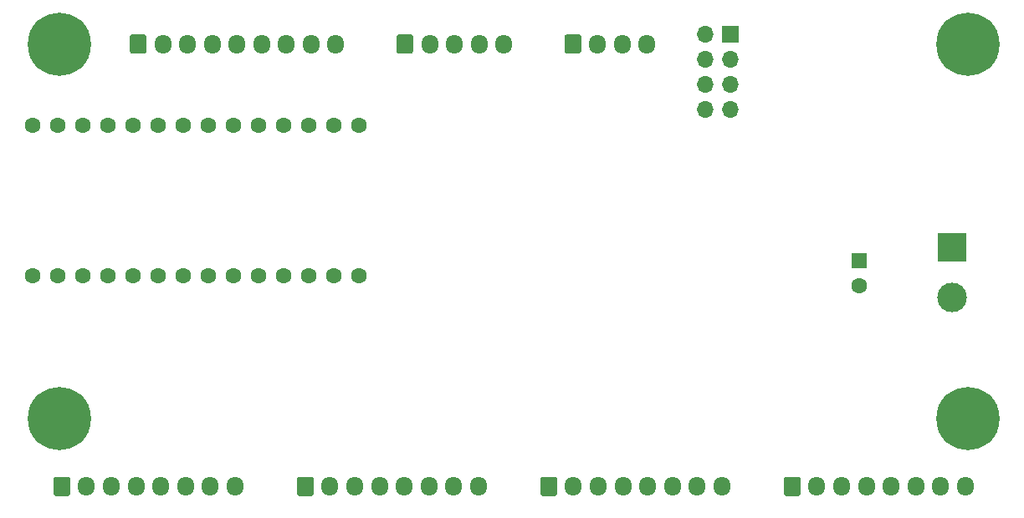
<source format=gbr>
%TF.GenerationSoftware,KiCad,Pcbnew,(5.1.8-0-10_14)*%
%TF.CreationDate,2020-12-11T17:33:19+01:00*%
%TF.ProjectId,32Bit shift register,33324269-7420-4736-9869-667420726567,rev?*%
%TF.SameCoordinates,Original*%
%TF.FileFunction,Soldermask,Bot*%
%TF.FilePolarity,Negative*%
%FSLAX46Y46*%
G04 Gerber Fmt 4.6, Leading zero omitted, Abs format (unit mm)*
G04 Created by KiCad (PCBNEW (5.1.8-0-10_14)) date 2020-12-11 17:33:19*
%MOMM*%
%LPD*%
G01*
G04 APERTURE LIST*
%ADD10C,1.600000*%
%ADD11R,1.700000X1.700000*%
%ADD12O,1.700000X1.700000*%
%ADD13O,1.700000X1.950000*%
%ADD14C,3.000000*%
%ADD15R,3.000000X3.000000*%
%ADD16C,0.800000*%
%ADD17C,6.400000*%
%ADD18R,1.600000X1.600000*%
G04 APERTURE END LIST*
D10*
%TO.C,U6*%
X94290000Y-63520000D03*
X96830000Y-63520000D03*
X99370000Y-63520000D03*
X101910000Y-63520000D03*
X104450000Y-63520000D03*
X106990000Y-63520000D03*
X109530000Y-63520000D03*
X112070000Y-63520000D03*
X114610000Y-63520000D03*
X117150000Y-63520000D03*
X119690000Y-63520000D03*
X122230000Y-63520000D03*
X124770000Y-63520000D03*
X94290000Y-48280000D03*
X96830000Y-48280000D03*
X99370000Y-48280000D03*
X101910000Y-48280000D03*
X104450000Y-48280000D03*
X106990000Y-48280000D03*
X109530000Y-48280000D03*
X112070000Y-48280000D03*
X114610000Y-48280000D03*
X117150000Y-48280000D03*
X119690000Y-48280000D03*
X122230000Y-48280000D03*
X124770000Y-48280000D03*
X127310000Y-63520000D03*
X127310000Y-48280000D03*
%TD*%
D11*
%TO.C,J5*%
X164910000Y-39010000D03*
D12*
X162370000Y-39010000D03*
X164910000Y-41550000D03*
X162370000Y-41550000D03*
X164910000Y-44090000D03*
X162370000Y-44090000D03*
X164910000Y-46630000D03*
X162370000Y-46630000D03*
%TD*%
%TO.C,J8*%
G36*
G01*
X104150000Y-40725100D02*
X104150000Y-39274900D01*
G75*
G02*
X104399900Y-39025000I249900J0D01*
G01*
X105600100Y-39025000D01*
G75*
G02*
X105850000Y-39274900I0J-249900D01*
G01*
X105850000Y-40725100D01*
G75*
G02*
X105600100Y-40975000I-249900J0D01*
G01*
X104399900Y-40975000D01*
G75*
G02*
X104150000Y-40725100I0J249900D01*
G01*
G37*
D13*
X107500000Y-40000000D03*
X110000000Y-40000000D03*
X112500000Y-40000000D03*
X115000000Y-40000000D03*
X117500000Y-40000000D03*
X120000000Y-40000000D03*
X122500000Y-40000000D03*
X125000000Y-40000000D03*
%TD*%
%TO.C,J7*%
X156500000Y-40000000D03*
X154000000Y-40000000D03*
X151500000Y-40000000D03*
G36*
G01*
X148150000Y-40725000D02*
X148150000Y-39275000D01*
G75*
G02*
X148400000Y-39025000I250000J0D01*
G01*
X149600000Y-39025000D01*
G75*
G02*
X149850000Y-39275000I0J-250000D01*
G01*
X149850000Y-40725000D01*
G75*
G02*
X149600000Y-40975000I-250000J0D01*
G01*
X148400000Y-40975000D01*
G75*
G02*
X148150000Y-40725000I0J250000D01*
G01*
G37*
%TD*%
%TO.C,J6*%
X142000000Y-40000000D03*
X139500000Y-40000000D03*
X137000000Y-40000000D03*
X134500000Y-40000000D03*
G36*
G01*
X131150000Y-40725000D02*
X131150000Y-39275000D01*
G75*
G02*
X131400000Y-39025000I250000J0D01*
G01*
X132600000Y-39025000D01*
G75*
G02*
X132850000Y-39275000I0J-250000D01*
G01*
X132850000Y-40725000D01*
G75*
G02*
X132600000Y-40975000I-250000J0D01*
G01*
X131400000Y-40975000D01*
G75*
G02*
X131150000Y-40725000I0J250000D01*
G01*
G37*
%TD*%
%TO.C,J1*%
G36*
G01*
X96432000Y-85561000D02*
X96432000Y-84111000D01*
G75*
G02*
X96682000Y-83861000I250000J0D01*
G01*
X97882000Y-83861000D01*
G75*
G02*
X98132000Y-84111000I0J-250000D01*
G01*
X98132000Y-85561000D01*
G75*
G02*
X97882000Y-85811000I-250000J0D01*
G01*
X96682000Y-85811000D01*
G75*
G02*
X96432000Y-85561000I0J250000D01*
G01*
G37*
X99782000Y-84836000D03*
X102282000Y-84836000D03*
X104782000Y-84836000D03*
X107282000Y-84836000D03*
X109782000Y-84836000D03*
X112282000Y-84836000D03*
X114782000Y-84836000D03*
%TD*%
D14*
%TO.C,J9*%
X187330000Y-65650000D03*
D15*
X187330000Y-60570000D03*
%TD*%
D16*
%TO.C,H4*%
X98697056Y-38302944D03*
X97000000Y-37600000D03*
X95302944Y-38302944D03*
X94600000Y-40000000D03*
X95302944Y-41697056D03*
X97000000Y-42400000D03*
X98697056Y-41697056D03*
X99400000Y-40000000D03*
D17*
X97000000Y-40000000D03*
%TD*%
D16*
%TO.C,H3*%
X98697056Y-76302944D03*
X97000000Y-75600000D03*
X95302944Y-76302944D03*
X94600000Y-78000000D03*
X95302944Y-79697056D03*
X97000000Y-80400000D03*
X98697056Y-79697056D03*
X99400000Y-78000000D03*
D17*
X97000000Y-78000000D03*
%TD*%
D16*
%TO.C,H2*%
X190697056Y-38302944D03*
X189000000Y-37600000D03*
X187302944Y-38302944D03*
X186600000Y-40000000D03*
X187302944Y-41697056D03*
X189000000Y-42400000D03*
X190697056Y-41697056D03*
X191400000Y-40000000D03*
D17*
X189000000Y-40000000D03*
%TD*%
D16*
%TO.C,H1*%
X190697056Y-76302944D03*
X189000000Y-75600000D03*
X187302944Y-76302944D03*
X186600000Y-78000000D03*
X187302944Y-79697056D03*
X189000000Y-80400000D03*
X190697056Y-79697056D03*
X191400000Y-78000000D03*
D17*
X189000000Y-78000000D03*
%TD*%
D10*
%TO.C,C9*%
X178000000Y-64500000D03*
D18*
X178000000Y-62000000D03*
%TD*%
D13*
%TO.C,J4*%
X188696000Y-84836000D03*
X186196000Y-84836000D03*
X183696000Y-84836000D03*
X181196000Y-84836000D03*
X178696000Y-84836000D03*
X176196000Y-84836000D03*
X173696000Y-84836000D03*
G36*
G01*
X170346000Y-85561000D02*
X170346000Y-84111000D01*
G75*
G02*
X170596000Y-83861000I250000J0D01*
G01*
X171796000Y-83861000D01*
G75*
G02*
X172046000Y-84111000I0J-250000D01*
G01*
X172046000Y-85561000D01*
G75*
G02*
X171796000Y-85811000I-250000J0D01*
G01*
X170596000Y-85811000D01*
G75*
G02*
X170346000Y-85561000I0J250000D01*
G01*
G37*
%TD*%
%TO.C,J3*%
G36*
G01*
X145708000Y-85561000D02*
X145708000Y-84111000D01*
G75*
G02*
X145958000Y-83861000I250000J0D01*
G01*
X147158000Y-83861000D01*
G75*
G02*
X147408000Y-84111000I0J-250000D01*
G01*
X147408000Y-85561000D01*
G75*
G02*
X147158000Y-85811000I-250000J0D01*
G01*
X145958000Y-85811000D01*
G75*
G02*
X145708000Y-85561000I0J250000D01*
G01*
G37*
X149058000Y-84836000D03*
X151558000Y-84836000D03*
X154058000Y-84836000D03*
X156558000Y-84836000D03*
X159058000Y-84836000D03*
X161558000Y-84836000D03*
X164058000Y-84836000D03*
%TD*%
%TO.C,J2*%
G36*
G01*
X121070000Y-85561000D02*
X121070000Y-84111000D01*
G75*
G02*
X121320000Y-83861000I250000J0D01*
G01*
X122520000Y-83861000D01*
G75*
G02*
X122770000Y-84111000I0J-250000D01*
G01*
X122770000Y-85561000D01*
G75*
G02*
X122520000Y-85811000I-250000J0D01*
G01*
X121320000Y-85811000D01*
G75*
G02*
X121070000Y-85561000I0J250000D01*
G01*
G37*
X124420000Y-84836000D03*
X126920000Y-84836000D03*
X129420000Y-84836000D03*
X131920000Y-84836000D03*
X134420000Y-84836000D03*
X136920000Y-84836000D03*
X139420000Y-84836000D03*
%TD*%
M02*

</source>
